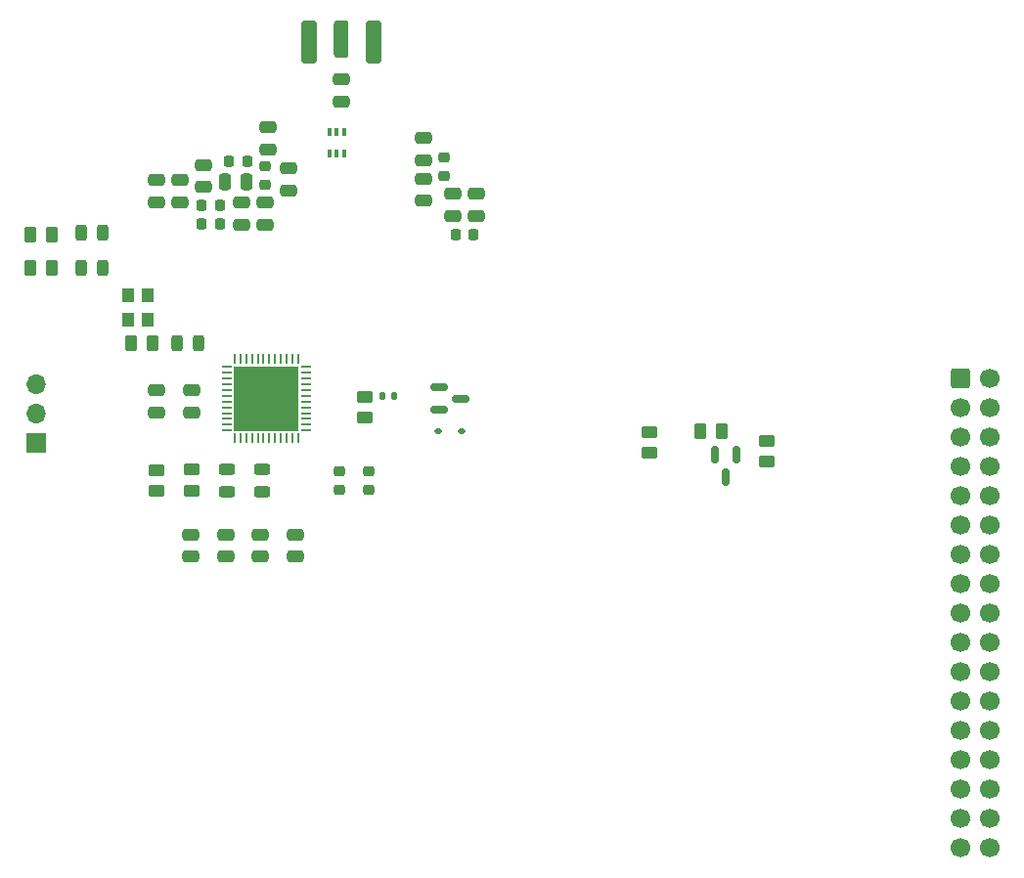
<source format=gbr>
%TF.GenerationSoftware,KiCad,Pcbnew,9.0.0*%
%TF.CreationDate,2025-10-06T17:29:32+02:00*%
%TF.ProjectId,stm32_radio,73746d33-325f-4726-9164-696f2e6b6963,rev?*%
%TF.SameCoordinates,Original*%
%TF.FileFunction,Soldermask,Top*%
%TF.FilePolarity,Negative*%
%FSLAX46Y46*%
G04 Gerber Fmt 4.6, Leading zero omitted, Abs format (unit mm)*
G04 Created by KiCad (PCBNEW 9.0.0) date 2025-10-06 17:29:32*
%MOMM*%
%LPD*%
G01*
G04 APERTURE LIST*
G04 Aperture macros list*
%AMRoundRect*
0 Rectangle with rounded corners*
0 $1 Rounding radius*
0 $2 $3 $4 $5 $6 $7 $8 $9 X,Y pos of 4 corners*
0 Add a 4 corners polygon primitive as box body*
4,1,4,$2,$3,$4,$5,$6,$7,$8,$9,$2,$3,0*
0 Add four circle primitives for the rounded corners*
1,1,$1+$1,$2,$3*
1,1,$1+$1,$4,$5*
1,1,$1+$1,$6,$7*
1,1,$1+$1,$8,$9*
0 Add four rect primitives between the rounded corners*
20,1,$1+$1,$2,$3,$4,$5,0*
20,1,$1+$1,$4,$5,$6,$7,0*
20,1,$1+$1,$6,$7,$8,$9,0*
20,1,$1+$1,$8,$9,$2,$3,0*%
G04 Aperture macros list end*
%ADD10RoundRect,0.250000X0.262500X0.450000X-0.262500X0.450000X-0.262500X-0.450000X0.262500X-0.450000X0*%
%ADD11RoundRect,0.243750X-0.243750X-0.456250X0.243750X-0.456250X0.243750X0.456250X-0.243750X0.456250X0*%
%ADD12RoundRect,0.150000X-0.587500X-0.150000X0.587500X-0.150000X0.587500X0.150000X-0.587500X0.150000X0*%
%ADD13RoundRect,0.150000X-0.150000X0.587500X-0.150000X-0.587500X0.150000X-0.587500X0.150000X0.587500X0*%
%ADD14RoundRect,0.250000X-0.262500X-0.450000X0.262500X-0.450000X0.262500X0.450000X-0.262500X0.450000X0*%
%ADD15RoundRect,0.250000X0.475000X-0.250000X0.475000X0.250000X-0.475000X0.250000X-0.475000X-0.250000X0*%
%ADD16RoundRect,0.250000X-0.475000X0.250000X-0.475000X-0.250000X0.475000X-0.250000X0.475000X0.250000X0*%
%ADD17RoundRect,0.250000X0.450000X-0.262500X0.450000X0.262500X-0.450000X0.262500X-0.450000X-0.262500X0*%
%ADD18RoundRect,0.243750X0.456250X-0.243750X0.456250X0.243750X-0.456250X0.243750X-0.456250X-0.243750X0*%
%ADD19R,1.700000X1.700000*%
%ADD20O,1.700000X1.700000*%
%ADD21RoundRect,0.112500X0.187500X0.112500X-0.187500X0.112500X-0.187500X-0.112500X0.187500X-0.112500X0*%
%ADD22RoundRect,0.062500X0.062500X-0.375000X0.062500X0.375000X-0.062500X0.375000X-0.062500X-0.375000X0*%
%ADD23RoundRect,0.062500X0.375000X-0.062500X0.375000X0.062500X-0.375000X0.062500X-0.375000X-0.062500X0*%
%ADD24R,5.600000X5.600000*%
%ADD25RoundRect,0.250000X-0.250000X-0.475000X0.250000X-0.475000X0.250000X0.475000X-0.250000X0.475000X0*%
%ADD26RoundRect,0.218750X0.218750X0.256250X-0.218750X0.256250X-0.218750X-0.256250X0.218750X-0.256250X0*%
%ADD27RoundRect,0.225000X0.250000X-0.225000X0.250000X0.225000X-0.250000X0.225000X-0.250000X-0.225000X0*%
%ADD28RoundRect,0.140000X0.140000X0.170000X-0.140000X0.170000X-0.140000X-0.170000X0.140000X-0.170000X0*%
%ADD29RoundRect,0.250000X-0.600000X-0.600000X0.600000X-0.600000X0.600000X0.600000X-0.600000X0.600000X0*%
%ADD30C,1.700000*%
%ADD31R,1.100000X1.300000*%
%ADD32RoundRect,0.218750X0.256250X-0.218750X0.256250X0.218750X-0.256250X0.218750X-0.256250X-0.218750X0*%
%ADD33RoundRect,0.100000X0.100000X-0.225000X0.100000X0.225000X-0.100000X0.225000X-0.100000X-0.225000X0*%
%ADD34RoundRect,0.218750X-0.218750X-0.256250X0.218750X-0.256250X0.218750X0.256250X-0.218750X0.256250X0*%
%ADD35RoundRect,0.250000X0.385000X1.350000X-0.385000X1.350000X-0.385000X-1.350000X0.385000X-1.350000X0*%
%ADD36RoundRect,0.250000X0.425000X1.600000X-0.425000X1.600000X-0.425000X-1.600000X0.425000X-1.600000X0*%
G04 APERTURE END LIST*
D10*
%TO.C,R6*%
X119681000Y-69850000D03*
X117856000Y-69850000D03*
%TD*%
%TO.C,R5*%
X119681000Y-72800000D03*
X117856000Y-72800000D03*
%TD*%
D11*
%TO.C,D6*%
X122241000Y-69715000D03*
X124116000Y-69715000D03*
%TD*%
%TO.C,D5*%
X122241000Y-72755000D03*
X124116000Y-72755000D03*
%TD*%
D12*
%TO.C,Q2*%
X153240500Y-83124000D03*
X153240500Y-85024000D03*
X155115500Y-84074000D03*
%TD*%
D13*
%TO.C,Q4*%
X179004000Y-88978500D03*
X177104000Y-88978500D03*
X178054000Y-90853500D03*
%TD*%
D14*
%TO.C,R12*%
X175871500Y-86868000D03*
X177696500Y-86868000D03*
%TD*%
D15*
%TO.C,C13*%
X138176000Y-69022000D03*
X138176000Y-67122000D03*
%TD*%
D16*
%TO.C,C24*%
X140208000Y-64140000D03*
X140208000Y-66040000D03*
%TD*%
D17*
%TO.C,R2*%
X128778000Y-92105500D03*
X128778000Y-90280500D03*
%TD*%
D15*
%TO.C,C15*%
X128778000Y-67072500D03*
X128778000Y-65172500D03*
%TD*%
%TO.C,C16*%
X136144000Y-69022000D03*
X136144000Y-67122000D03*
%TD*%
%TO.C,C14*%
X154432000Y-68260000D03*
X154432000Y-66360000D03*
%TD*%
D18*
%TO.C,D3*%
X134874000Y-92114500D03*
X134874000Y-90239500D03*
%TD*%
D17*
%TO.C,R3*%
X131826000Y-92073500D03*
X131826000Y-90248500D03*
%TD*%
D11*
%TO.C,D4*%
X130556000Y-79248000D03*
X132431000Y-79248000D03*
%TD*%
D19*
%TO.C,J3*%
X118364000Y-87884000D03*
D20*
X118364000Y-85344000D03*
X118364000Y-82804000D03*
%TD*%
D17*
%TO.C,R10*%
X171450000Y-88796500D03*
X171450000Y-86971500D03*
%TD*%
D16*
%TO.C,C17*%
X156464000Y-66360000D03*
X156464000Y-68260000D03*
%TD*%
D21*
%TO.C,D2*%
X155228000Y-86868000D03*
X153128000Y-86868000D03*
%TD*%
D22*
%TO.C,U1*%
X135549500Y-87527500D03*
X136049500Y-87527500D03*
X136549500Y-87527500D03*
X137049500Y-87527500D03*
X137549500Y-87527500D03*
X138049500Y-87527500D03*
X138549500Y-87527500D03*
X139049500Y-87527500D03*
X139549500Y-87527500D03*
X140049500Y-87527500D03*
X140549500Y-87527500D03*
X141049500Y-87527500D03*
D23*
X141737000Y-86840000D03*
X141737000Y-86340000D03*
X141737000Y-85840000D03*
X141737000Y-85340000D03*
X141737000Y-84840000D03*
X141737000Y-84340000D03*
X141737000Y-83840000D03*
X141737000Y-83340000D03*
X141737000Y-82840000D03*
X141737000Y-82340000D03*
X141737000Y-81840000D03*
X141737000Y-81340000D03*
D22*
X141049500Y-80652500D03*
X140549500Y-80652500D03*
X140049500Y-80652500D03*
X139549500Y-80652500D03*
X139049500Y-80652500D03*
X138549500Y-80652500D03*
X138049500Y-80652500D03*
X137549500Y-80652500D03*
X137049500Y-80652500D03*
X136549500Y-80652500D03*
X136049500Y-80652500D03*
X135549500Y-80652500D03*
D23*
X134862000Y-81340000D03*
X134862000Y-81840000D03*
X134862000Y-82340000D03*
X134862000Y-82840000D03*
X134862000Y-83340000D03*
X134862000Y-83840000D03*
X134862000Y-84340000D03*
X134862000Y-84840000D03*
X134862000Y-85340000D03*
X134862000Y-85840000D03*
X134862000Y-86340000D03*
X134862000Y-86840000D03*
D24*
X138299500Y-84090000D03*
%TD*%
D15*
%TO.C,C10*%
X140792000Y-97745500D03*
X140792000Y-95845500D03*
%TD*%
D25*
%TO.C,C21*%
X134686000Y-65278000D03*
X136586000Y-65278000D03*
%TD*%
D26*
%TO.C,L3*%
X134282500Y-67326500D03*
X132707500Y-67326500D03*
%TD*%
D15*
%TO.C,C8*%
X137782000Y-97745500D03*
X137782000Y-95845500D03*
%TD*%
%TO.C,C25*%
X138430000Y-62484000D03*
X138430000Y-60584000D03*
%TD*%
%TO.C,C19*%
X130810000Y-67072500D03*
X130810000Y-65172500D03*
%TD*%
%TO.C,C11*%
X128778000Y-85256500D03*
X128778000Y-83356500D03*
%TD*%
%TO.C,C22*%
X151927500Y-66954000D03*
X151927500Y-65054000D03*
%TD*%
D27*
%TO.C,C1*%
X144599500Y-91945000D03*
X144599500Y-90395000D03*
%TD*%
D26*
%TO.C,L2*%
X156235500Y-69850000D03*
X154660500Y-69850000D03*
%TD*%
D15*
%TO.C,C53*%
X144780000Y-58354000D03*
X144780000Y-56454000D03*
%TD*%
D26*
%TO.C,L6*%
X136652000Y-63500000D03*
X135077000Y-63500000D03*
%TD*%
D28*
%TO.C,C6*%
X149324000Y-83820000D03*
X148364000Y-83820000D03*
%TD*%
D27*
%TO.C,C9*%
X147109500Y-91945000D03*
X147109500Y-90395000D03*
%TD*%
D18*
%TO.C,D1*%
X137922000Y-92123500D03*
X137922000Y-90248500D03*
%TD*%
D29*
%TO.C,B1*%
X198374000Y-82296000D03*
D30*
X200914000Y-82296000D03*
X198374000Y-84836000D03*
X200914000Y-84836000D03*
X198374000Y-87376000D03*
X200914000Y-87376000D03*
X198374000Y-89916000D03*
X200914000Y-89916000D03*
X198374000Y-92456000D03*
X200914000Y-92456000D03*
X198374000Y-94996000D03*
X200914000Y-94996000D03*
X198374000Y-97536000D03*
X200914000Y-97536000D03*
X198374000Y-100076000D03*
X200914000Y-100076000D03*
X198374000Y-102616000D03*
X200914000Y-102616000D03*
X198374000Y-105156000D03*
X200914000Y-105156000D03*
X198374000Y-107696000D03*
X200914000Y-107696000D03*
X198374000Y-110236000D03*
X200914000Y-110236000D03*
X198374000Y-112776000D03*
X200914000Y-112776000D03*
X198374000Y-115316000D03*
X200914000Y-115316000D03*
X198374000Y-117856000D03*
X200914000Y-117856000D03*
X198374000Y-120396000D03*
X200914000Y-120396000D03*
X198374000Y-122936000D03*
X200914000Y-122936000D03*
%TD*%
D31*
%TO.C,X1*%
X126366000Y-75116000D03*
X126366000Y-77216000D03*
X128016000Y-77216000D03*
X128016000Y-75116000D03*
%TD*%
D15*
%TO.C,C7*%
X134772000Y-97745500D03*
X134772000Y-95845500D03*
%TD*%
D32*
%TO.C,L5*%
X153670000Y-64795500D03*
X153670000Y-63220500D03*
%TD*%
D15*
%TO.C,C18*%
X132842000Y-65736500D03*
X132842000Y-63836500D03*
%TD*%
D32*
%TO.C,L4*%
X138176000Y-65557500D03*
X138176000Y-63982500D03*
%TD*%
D10*
%TO.C,R4*%
X128420500Y-79248000D03*
X126595500Y-79248000D03*
%TD*%
D17*
%TO.C,R1*%
X146812000Y-85748500D03*
X146812000Y-83923500D03*
%TD*%
D15*
%TO.C,C5*%
X131762000Y-97745500D03*
X131762000Y-95845500D03*
%TD*%
D17*
%TO.C,R11*%
X181610000Y-89558500D03*
X181610000Y-87733500D03*
%TD*%
D33*
%TO.C,U2*%
X143734000Y-62860000D03*
X144384000Y-62860000D03*
X145034000Y-62860000D03*
X145034000Y-60960000D03*
X144384000Y-60960000D03*
X143734000Y-60960000D03*
%TD*%
D16*
%TO.C,C23*%
X151892000Y-61534000D03*
X151892000Y-63434000D03*
%TD*%
D34*
%TO.C,L1*%
X132707500Y-68916500D03*
X134282500Y-68916500D03*
%TD*%
D35*
%TO.C,J2*%
X144780000Y-52922500D03*
D36*
X141955000Y-53172500D03*
X147605000Y-53172500D03*
%TD*%
D15*
%TO.C,C12*%
X131788000Y-85256500D03*
X131788000Y-83356500D03*
%TD*%
M02*

</source>
